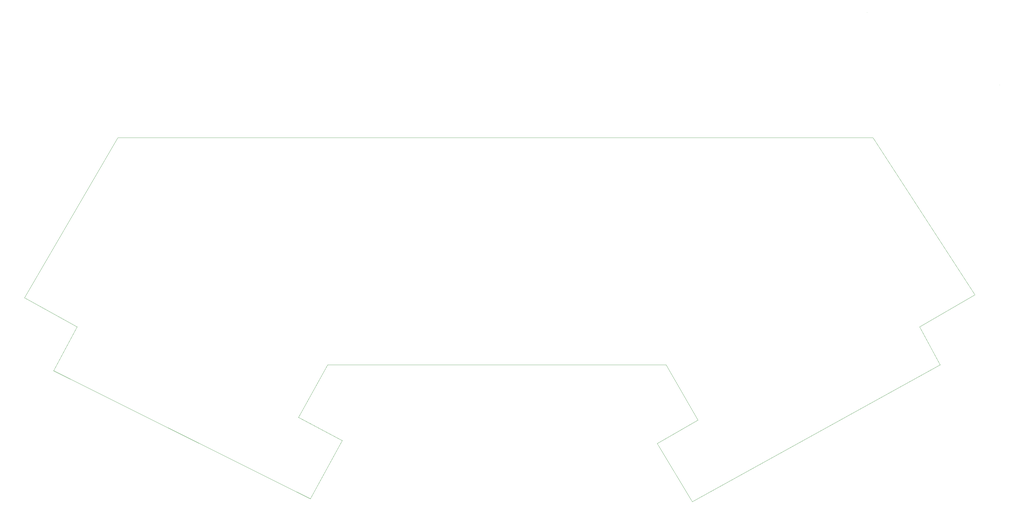
<source format=gbr>
%TF.GenerationSoftware,KiCad,Pcbnew,8.0.8*%
%TF.CreationDate,2025-03-16T10:34:52+05:30*%
%TF.ProjectId,keyboard,6b657962-6f61-4726-942e-6b696361645f,rev?*%
%TF.SameCoordinates,Original*%
%TF.FileFunction,Profile,NP*%
%FSLAX46Y46*%
G04 Gerber Fmt 4.6, Leading zero omitted, Abs format (unit mm)*
G04 Created by KiCad (PCBNEW 8.0.8) date 2025-03-16 10:34:52*
%MOMM*%
%LPD*%
G01*
G04 APERTURE LIST*
%TA.AperFunction,Profile*%
%ADD10C,0.050000*%
%TD*%
G04 APERTURE END LIST*
D10*
X134000000Y-133000000D02*
X119000000Y-125000000D01*
X35000000Y-109000000D02*
X43000000Y-94000000D01*
X35000000Y-109000000D02*
X123000000Y-153000000D01*
X314000000Y14000000D02*
X314000000Y14000000D01*
X256000000Y-126000000D02*
X242000000Y-134000000D01*
X123000000Y-153000000D02*
X134000000Y-133000000D01*
X119000000Y-125000000D02*
X129000000Y-107000000D01*
X188000000Y-107000000D02*
X245000000Y-107000000D01*
X242000000Y-134000000D02*
X254000000Y-154000000D01*
X245000000Y-107000000D02*
X256000000Y-126000000D01*
X188000000Y-107000000D02*
X129000000Y-107000000D01*
X339000000Y-107000000D02*
X332000000Y-94000000D01*
X316000000Y-29000000D02*
X57000000Y-29000000D01*
X351000000Y-83000000D02*
X316000000Y-29000000D01*
X43000000Y-94000000D02*
X25000000Y-84000000D01*
X332000000Y-94000000D02*
X351000000Y-83000000D01*
X359462513Y-10930606D02*
X359462513Y-10930606D01*
X254000000Y-154000000D02*
X339000000Y-107000000D01*
X25000000Y-84000000D02*
X57000000Y-29000000D01*
M02*

</source>
